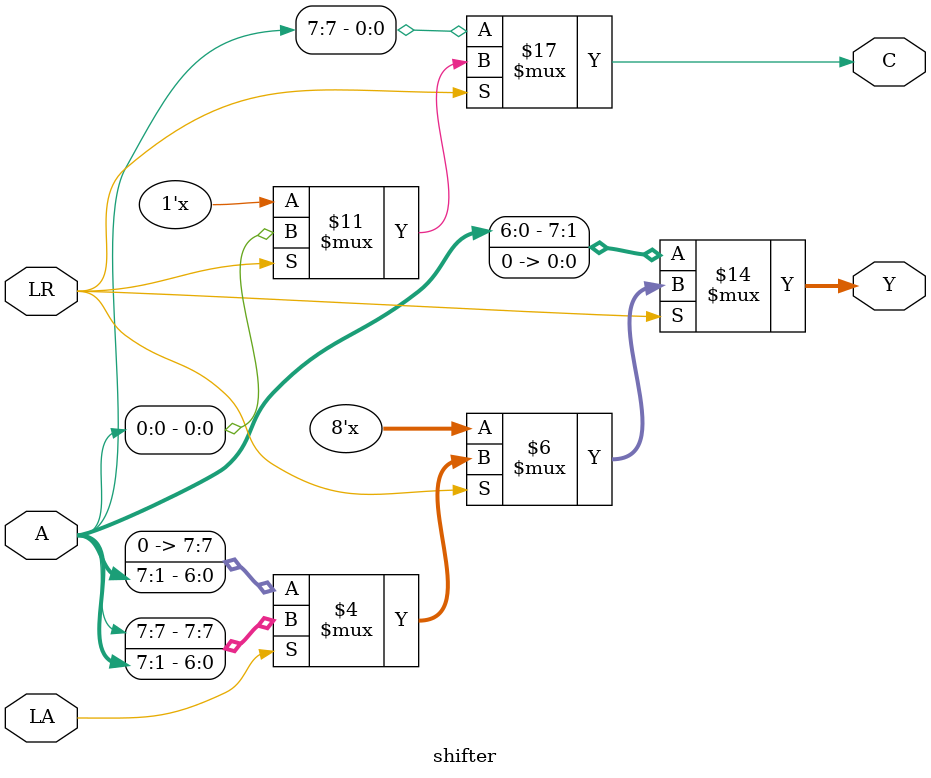
<source format=v>
module shifter(A, LA, LR, Y, C); // add all inputs and outputs inside parentheses



  // inputs
  input [7:0] A;

  input LA;

  input LR;

  

  // outputs
  output [7:0] Y;

  output C;  

  

  // reg and internal variable definitions
  reg [7:0] Y;

  reg C;

  

  // implement module here
  always @(*) begin

  	if (LR) begin

  		if (LA) begin

  			//SRA
  			C = A[0];

  			Y = {A[7], A[7:1]};

  		end else begin

  			//SRL
  			C = A[0];

  			Y = {1'b0, A[7:1]};

  		end

  	end else begin

  		//SLL
  		C = A[7];

  		Y = {A[6:0], 1'b0};

  	end

  end



  

endmodule

</source>
